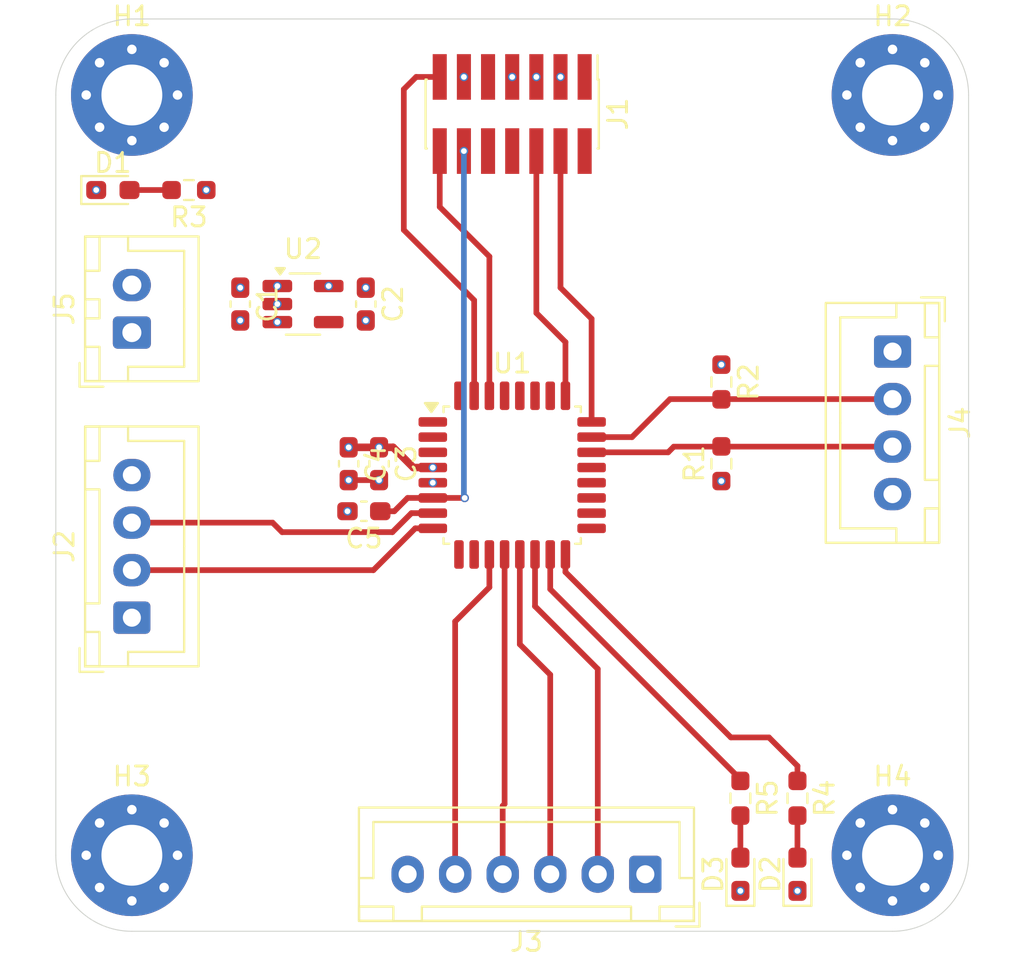
<source format=kicad_pcb>
(kicad_pcb (version 20241229) (generator "pcbnew") (generator_version "9.0")
  (title_block (title "3DN TD KiCAD") (date "2026-02-11") (rev "1.0") (company "ENSEA") (comment 1 "Laurent Fiack"))
  (layers (0 "F.Cu" signal) (4 "In1.Cu" signal) (6 "In2.Cu" signal) (2 "B.Cu" signal) (13 "F.Paste" user) (15 "B.Paste" user) (5 "F.SilkS" user "F.Silkscreen") (7 "B.SilkS" user "B.Silkscreen") (1 "F.Mask" user) (3 "B.Mask" user) (25 "Edge.Cuts" user))
  (net 0 "")
  (net 1 "+5V")
  (net 2 "GND")
  (net 3 "+3.3V")
  (net 4 "/nRST")
  (net 5 "Net-(D1-A)")
  (net 6 "Net-(D2-A)")
  (net 7 "Net-(D3-A)")
  (net 9 "/SWCLK")
  (net 13 "/VCP_TX")
  (net 15 "/VCP_RX")
  (net 16 "/SWDIO")
  (net 17 "/ADC_IN0")
  (net 18 "/ADC_IN1")
  (net 19 "/SPI1_MISO")
  (net 20 "/SPI1_MOSI")
  (net 21 "/SPI1_NSS")
  (net 22 "/SPI1_SCK")
  (net 23 "/I2C2_SCL")
  (net 24 "/I2C2_SDA")
  (net 25 "/TIM3_CH4")
  (net 26 "/TIM3_CH3")
  (footprint "Capacitor_SMD:C_0603_1608Metric_Pad1.08x0.95mm_HandSolder" (layer "F.Cu") (at 111.4 119.4 -90)
    (property "Reference" "C4" (at 0 -1.43 90) (layer "F.SilkS"))
    (property "Value" "4u7")
    (fp_line (start -0.146267 0.51) (end 0.146267 0.51) (stroke (width 0.12)) (layer "F.SilkS"))
    (fp_line (start -0.146267 -0.51) (end 0.146267 -0.51) (stroke (width 0.12)) (layer "F.SilkS"))
    (pad "1" smd roundrect (at -0.8625 0 270) (size 1.075 0.95) (layers "F.Cu" "F.Mask" "F.Paste") (net 3 "+3.3V"))
    (pad "2" smd roundrect (at 0.8625 0 270) (size 1.075 0.95) (layers "F.Cu" "F.Mask" "F.Paste") (net 2 "GND"))
  )
  (footprint "LED_SMD:LED_0603_1608Metric_Pad1.05x0.95mm_HandSolder" (layer "F.Cu") (at 135 141 90)
    (property "Reference" "D2" (at 0 -1.43 90) (layer "F.SilkS"))
    (property "Value" "LD1")
    (fp_line (start 0.8 -0.735) (end -1.66 -0.735) (stroke (width 0.12)) (layer "F.SilkS"))
    (fp_line (start -1.66 -0.735) (end -1.66 0.735) (stroke (width 0.12)) (layer "F.SilkS"))
    (fp_line (start -1.66 0.735) (end 0.8 0.735) (stroke (width 0.12)) (layer "F.SilkS"))
    (pad "1" smd roundrect (at -0.875 0 90) (size 1.05 0.95) (layers "F.Cu" "F.Mask" "F.Paste") (net 2 "GND"))
    (pad "2" smd roundrect (at 0.875 0 90) (size 1.05 0.95) (layers "F.Cu" "F.Mask" "F.Paste") (net 6 "Net-(D2-A)"))
  )
  (footprint "MountingHole:MountingHole_3.2mm_M3_Pad_Via" (layer "F.Cu") (at 100 140)
    (property "Reference" "H3" (at 0 -4.15 0) (layer "F.SilkS"))
    (property "Value" "MountingHole_Pad")
    (pad "1" thru_hole circle (at -2.4 0) (size 0.8 0.8) (drill 0.5) (layers "*.Cu" "*.Mask") (net 2 "GND"))
    (pad "1" thru_hole circle (at -1.697056 -1.697056) (size 0.8 0.8) (drill 0.5) (layers "*.Cu" "*.Mask") (net 2 "GND"))
    (pad "1" thru_hole circle (at -1.697056 1.697056) (size 0.8 0.8) (drill 0.5) (layers "*.Cu" "*.Mask") (net 2 "GND"))
    (pad "1" thru_hole circle (at 0 -2.4) (size 0.8 0.8) (drill 0.5) (layers "*.Cu" "*.Mask") (net 2 "GND"))
    (pad "1" thru_hole circle (at 0 0) (size 6.4 6.4) (drill 3.2) (layers "*.Cu" "*.Mask") (net 2 "GND"))
    (pad "1" thru_hole circle (at 0 2.4) (size 0.8 0.8) (drill 0.5) (layers "*.Cu" "*.Mask") (net 2 "GND"))
    (pad "1" thru_hole circle (at 1.697056 -1.697056) (size 0.8 0.8) (drill 0.5) (layers "*.Cu" "*.Mask") (net 2 "GND"))
    (pad "1" thru_hole circle (at 1.697056 1.697056) (size 0.8 0.8) (drill 0.5) (layers "*.Cu" "*.Mask") (net 2 "GND"))
    (pad "1" thru_hole circle (at 2.4 0) (size 0.8 0.8) (drill 0.5) (layers "*.Cu" "*.Mask") (net 2 "GND"))
  )
  (footprint "Resistor_SMD:R_0603_1608Metric_Pad0.98x0.95mm_HandSolder" (layer "F.Cu") (at 132 137 -90)
    (property "Reference" "R5" (at 0 -1.43 90) (layer "F.SilkS"))
    (property "Value" "1k")
    (fp_line (start -0.254724 0.5225) (end 0.254724 0.5225) (stroke (width 0.12)) (layer "F.SilkS"))
    (fp_line (start -0.254724 -0.5225) (end 0.254724 -0.5225) (stroke (width 0.12)) (layer "F.SilkS"))
    (pad "1" smd roundrect (at -0.9125 0 270) (size 0.975 0.95) (layers "F.Cu" "F.Mask" "F.Paste") (net 26 "/TIM3_CH3"))
    (pad "2" smd roundrect (at 0.9125 0 270) (size 0.975 0.95) (layers "F.Cu" "F.Mask" "F.Paste") (net 7 "Net-(D3-A)"))
  )
  (footprint "Resistor_SMD:R_0603_1608Metric_Pad0.98x0.95mm_HandSolder" (layer "F.Cu") (at 103 105 180)
    (property "Reference" "R3" (at 0 -1.43 0) (layer "F.SilkS"))
    (property "Value" "1k")
    (fp_line (start -0.254724 0.5225) (end 0.254724 0.5225) (stroke (width 0.12)) (layer "F.SilkS"))
    (fp_line (start -0.254724 -0.5225) (end 0.254724 -0.5225) (stroke (width 0.12)) (layer "F.SilkS"))
    (pad "1" smd roundrect (at -0.9125 0 180) (size 0.975 0.95) (layers "F.Cu" "F.Mask" "F.Paste") (net 3 "+3.3V"))
    (pad "2" smd roundrect (at 0.9125 0 180) (size 0.975 0.95) (layers "F.Cu" "F.Mask" "F.Paste") (net 5 "Net-(D1-A)"))
  )
  (footprint "Package_TO_SOT_SMD:SOT-23-5_HandSoldering" (layer "F.Cu") (at 109 111)
    (property "Reference" "U2" (at 0 -2.9 0) (layer "F.SilkS"))
    (property "Value" "MIC5504-3.3YM5")
    (fp_line (start -0.9 1.61) (end 0.9 1.61) (stroke (width 0.12)) (layer "F.SilkS"))
    (fp_line (start 0.1 -1.61) (end -0.7 -1.61) (stroke (width 0.12)) (layer "F.SilkS"))
    (fp_line (start 0.1 -1.61) (end 0.9 -1.61) (stroke (width 0.12)) (layer "F.SilkS"))
    (fp_poly (pts (xy -1.2 -1.56) (xy -1.44 -1.89) (xy -0.96 -1.89) (xy -1.2 -1.56)) (stroke (width 0.12)) (fill yes) (layer "F.SilkS"))
    (pad "1" smd roundrect (at -1.35 -0.95) (size 1.56 0.65) (layers "F.Cu" "F.Mask" "F.Paste") (net 1 "+5V"))
    (pad "2" smd roundrect (at -1.35 0) (size 1.56 0.65) (layers "F.Cu" "F.Mask" "F.Paste") (net 2 "GND"))
    (pad "3" smd roundrect (at -1.35 0.95) (size 1.56 0.65) (layers "F.Cu" "F.Mask" "F.Paste") (net 1 "+5V"))
    (pad "4" smd roundrect (at 1.35 0.95) (size 1.56 0.65) (layers "F.Cu" "F.Mask" "F.Paste"))
    (pad "5" smd roundrect (at 1.35 -0.95) (size 1.56 0.65) (layers "F.Cu" "F.Mask" "F.Paste") (net 3 "+3.3V"))
  )
  (footprint "Connector_JST:JST_XH_B2B-XH-A_1x02_P2.50mm_Vertical" (layer "F.Cu") (at 100 112.5 90)
    (property "Reference" "J5" (at 1.25 -3.55 90) (layer "F.SilkS"))
    (property "Value" "Conn_01x02")
    (fp_line (start -1.6 -2.75) (end -2.85 -2.75) (stroke (width 0.12)) (layer "F.SilkS"))
    (fp_line (start -2.85 -2.75) (end -2.85 -1.5) (stroke (width 0.12)) (layer "F.SilkS"))
    (fp_line (start 5.05 -0.2) (end 4.3 -0.2) (stroke (width 0.12)) (layer "F.SilkS"))
    (fp_line (start 4.3 -0.2) (end 4.3 2.75) (stroke (width 0.12)) (layer "F.SilkS"))
    (fp_line (start -1.8 -0.2) (end -1.8 2.75) (stroke (width 0.12)) (layer "F.SilkS"))
    (fp_line (start -2.55 -0.2) (end -1.8 -0.2) (stroke (width 0.12)) (layer "F.SilkS"))
    (fp_line (start 4.3 2.75) (end 1.25 2.75) (stroke (width 0.12)) (layer "F.SilkS"))
    (fp_line (start -1.8 2.75) (end 1.25 2.75) (stroke (width 0.12)) (layer "F.SilkS"))
    (fp_rect (start -2.56 -2.46) (end 5.06 3.51) (stroke (width 0.12)) (fill no) (layer "F.SilkS"))
    (fp_rect (start 3.25 -2.45) (end 5.05 -1.7) (stroke (width 0.12)) (fill no) (layer "F.SilkS"))
    (fp_rect (start 0.75 -2.45) (end 1.75 -1.7) (stroke (width 0.12)) (fill no) (layer "F.SilkS"))
    (fp_rect (start -2.55 -2.45) (end -0.75 -1.7) (stroke (width 0.12)) (fill no) (layer "F.SilkS"))
    (pad "1" thru_hole roundrect (at 0 0 90) (size 1.7 2) (drill 1) (layers "*.Cu" "*.Mask") (roundrect_rratio 0.147059) (net 2 "GND"))
    (pad "2" thru_hole oval (at 2.5 0 90) (size 1.7 2) (drill 1) (layers "*.Cu" "*.Mask") (net 1 "+5V"))
  )
  (footprint "MountingHole:MountingHole_3.2mm_M3_Pad_Via" (layer "F.Cu") (at 140 100)
    (property "Reference" "H2" (at 0 -4.15 0) (layer "F.SilkS"))
    (property "Value" "MountingHole_Pad")
    (pad "1" thru_hole circle (at -2.4 0) (size 0.8 0.8) (drill 0.5) (layers "*.Cu" "*.Mask") (net 2 "GND"))
    (pad "1" thru_hole circle (at -1.697056 -1.697056) (size 0.8 0.8) (drill 0.5) (layers "*.Cu" "*.Mask") (net 2 "GND"))
    (pad "1" thru_hole circle (at -1.697056 1.697056) (size 0.8 0.8) (drill 0.5) (layers "*.Cu" "*.Mask") (net 2 "GND"))
    (pad "1" thru_hole circle (at 0 -2.4) (size 0.8 0.8) (drill 0.5) (layers "*.Cu" "*.Mask") (net 2 "GND"))
    (pad "1" thru_hole circle (at 0 0) (size 6.4 6.4) (drill 3.2) (layers "*.Cu" "*.Mask") (net 2 "GND"))
    (pad "1" thru_hole circle (at 0 2.4) (size 0.8 0.8) (drill 0.5) (layers "*.Cu" "*.Mask") (net 2 "GND"))
    (pad "1" thru_hole circle (at 1.697056 -1.697056) (size 0.8 0.8) (drill 0.5) (layers "*.Cu" "*.Mask") (net 2 "GND"))
    (pad "1" thru_hole circle (at 1.697056 1.697056) (size 0.8 0.8) (drill 0.5) (layers "*.Cu" "*.Mask") (net 2 "GND"))
    (pad "1" thru_hole circle (at 2.4 0) (size 0.8 0.8) (drill 0.5) (layers "*.Cu" "*.Mask") (net 2 "GND"))
  )
  (footprint "Connector_JST:JST_XH_B4B-XH-A_1x04_P2.50mm_Vertical" (layer "F.Cu") (at 100 127.5 90)
    (property "Reference" "J2" (at 3.75 -3.55 90) (layer "F.SilkS"))
    (property "Value" "ADC")
    (fp_line (start -1.6 -2.75) (end -2.85 -2.75) (stroke (width 0.12)) (layer "F.SilkS"))
    (fp_line (start -2.85 -2.75) (end -2.85 -1.5) (stroke (width 0.12)) (layer "F.SilkS"))
    (fp_line (start 10.05 -0.2) (end 9.3 -0.2) (stroke (width 0.12)) (layer "F.SilkS"))
    (fp_line (start 9.3 -0.2) (end 9.3 2.75) (stroke (width 0.12)) (layer "F.SilkS"))
    (fp_line (start -1.8 -0.2) (end -1.8 2.75) (stroke (width 0.12)) (layer "F.SilkS"))
    (fp_line (start -2.55 -0.2) (end -1.8 -0.2) (stroke (width 0.12)) (layer "F.SilkS"))
    (fp_line (start 9.3 2.75) (end 3.75 2.75) (stroke (width 0.12)) (layer "F.SilkS"))
    (fp_line (start -1.8 2.75) (end 3.75 2.75) (stroke (width 0.12)) (layer "F.SilkS"))
    (fp_rect (start -2.56 -2.46) (end 10.06 3.51) (stroke (width 0.12)) (fill no) (layer "F.SilkS"))
    (fp_rect (start 8.25 -2.45) (end 10.05 -1.7) (stroke (width 0.12)) (fill no) (layer "F.SilkS"))
    (fp_rect (start 0.75 -2.45) (end 6.75 -1.7) (stroke (width 0.12)) (fill no) (layer "F.SilkS"))
    (fp_rect (start -2.55 -2.45) (end -0.75 -1.7) (stroke (width 0.12)) (fill no) (layer "F.SilkS"))
    (pad "1" thru_hole roundrect (at 0 0 90) (size 1.7 1.95) (drill 0.95) (layers "*.Cu" "*.Mask") (roundrect_rratio 0.147059) (net 2 "GND"))
    (pad "2" thru_hole oval (at 2.5 0 90) (size 1.7 1.95) (drill 0.95) (layers "*.Cu" "*.Mask") (net 18 "/ADC_IN1"))
    (pad "3" thru_hole oval (at 5 0 90) (size 1.7 1.95) (drill 0.95) (layers "*.Cu" "*.Mask") (net 17 "/ADC_IN0"))
    (pad "4" thru_hole oval (at 7.5 0 90) (size 1.7 1.95) (drill 0.95) (layers "*.Cu" "*.Mask") (net 3 "+3.3V"))
  )
  (footprint "Capacitor_SMD:C_0603_1608Metric_Pad1.08x0.95mm_HandSolder" (layer "F.Cu") (at 113 119.4 -90)
    (property "Reference" "C3" (at 0 -1.43 90) (layer "F.SilkS"))
    (property "Value" "100n")
    (fp_line (start -0.146267 0.51) (end 0.146267 0.51) (stroke (width 0.12)) (layer "F.SilkS"))
    (fp_line (start -0.146267 -0.51) (end 0.146267 -0.51) (stroke (width 0.12)) (layer "F.SilkS"))
    (pad "1" smd roundrect (at -0.8625 0 270) (size 1.075 0.95) (layers "F.Cu" "F.Mask" "F.Paste") (net 3 "+3.3V"))
    (pad "2" smd roundrect (at 0.8625 0 270) (size 1.075 0.95) (layers "F.Cu" "F.Mask" "F.Paste") (net 2 "GND"))
  )
  (footprint "MountingHole:MountingHole_3.2mm_M3_Pad_Via" (layer "F.Cu") (at 100 100)
    (property "Reference" "H1" (at 0 -4.15 0) (layer "F.SilkS"))
    (property "Value" "MountingHole_Pad")
    (pad "1" thru_hole circle (at -2.4 0) (size 0.8 0.8) (drill 0.5) (layers "*.Cu" "*.Mask") (net 2 "GND"))
    (pad "1" thru_hole circle (at -1.697056 -1.697056) (size 0.8 0.8) (drill 0.5) (layers "*.Cu" "*.Mask") (net 2 "GND"))
    (pad "1" thru_hole circle (at -1.697056 1.697056) (size 0.8 0.8) (drill 0.5) (layers "*.Cu" "*.Mask") (net 2 "GND"))
    (pad "1" thru_hole circle (at 0 -2.4) (size 0.8 0.8) (drill 0.5) (layers "*.Cu" "*.Mask") (net 2 "GND"))
    (pad "1" thru_hole circle (at 0 0) (size 6.4 6.4) (drill 3.2) (layers "*.Cu" "*.Mask") (net 2 "GND"))
    (pad "1" thru_hole circle (at 0 2.4) (size 0.8 0.8) (drill 0.5) (layers "*.Cu" "*.Mask") (net 2 "GND"))
    (pad "1" thru_hole circle (at 1.697056 -1.697056) (size 0.8 0.8) (drill 0.5) (layers "*.Cu" "*.Mask") (net 2 "GND"))
    (pad "1" thru_hole circle (at 1.697056 1.697056) (size 0.8 0.8) (drill 0.5) (layers "*.Cu" "*.Mask") (net 2 "GND"))
    (pad "1" thru_hole circle (at 2.4 0) (size 0.8 0.8) (drill 0.5) (layers "*.Cu" "*.Mask") (net 2 "GND"))
  )
  (footprint "LED_SMD:LED_0603_1608Metric_Pad1.05x0.95mm_HandSolder" (layer "F.Cu") (at 99 105)
    (property "Reference" "D1" (at 0 -1.43 0) (layer "F.SilkS"))
    (property "Value" "POWER")
    (fp_line (start -1.66 -0.735) (end -1.66 0.735) (stroke (width 0.12)) (layer "F.SilkS"))
    (fp_line (start -1.66 0.735) (end 0.8 0.735) (stroke (width 0.12)) (layer "F.SilkS"))
    (fp_line (start 0.8 -0.735) (end -1.66 -0.735) (stroke (width 0.12)) (layer "F.SilkS"))
    (pad "1" smd roundrect (at -0.875 0) (size 1.05 0.95) (layers "F.Cu" "F.Mask" "F.Paste") (net 2 "GND"))
    (pad "2" smd roundrect (at 0.875 0) (size 1.05 0.95) (layers "F.Cu" "F.Mask" "F.Paste") (net 5 "Net-(D1-A)"))
  )
  (footprint "Package_QFP:LQFP-32_7x7mm_P0.8mm" (layer "F.Cu") (at 120 120)
    (property "Reference" "U1" (at 0 -5.88 0) (layer "F.SilkS"))
    (property "Value" "STM32G031K8T6")
    (fp_line (start -3.61 -3.61) (end -3.31 -3.61) (stroke (width 0.12)) (layer "F.SilkS"))
    (fp_line (start -3.61 -3.31) (end -3.61 -3.61) (stroke (width 0.12)) (layer "F.SilkS"))
    (fp_line (start -3.61 3.61) (end -3.61 3.31) (stroke (width 0.12)) (layer "F.SilkS"))
    (fp_line (start -3.31 3.61) (end -3.61 3.61) (stroke (width 0.12)) (layer "F.SilkS"))
    (fp_line (start 3.31 -3.61) (end 3.61 -3.61) (stroke (width 0.12)) (layer "F.SilkS"))
    (fp_line (start 3.61 -3.61) (end 3.61 -3.31) (stroke (width 0.12)) (layer "F.SilkS"))
    (fp_line (start 3.61 3.31) (end 3.61 3.61) (stroke (width 0.12)) (layer "F.SilkS"))
    (fp_line (start 3.61 3.61) (end 3.31 3.61) (stroke (width 0.12)) (layer "F.SilkS"))
    (fp_poly (pts (xy -4.25 -3.32) (xy -4.59 -3.79) (xy -3.91 -3.79)) (stroke (width 0.12)) (fill yes) (layer "F.SilkS"))
    (pad "1" smd roundrect (at -4.175 -2.8) (size 1.5 0.5) (layers "F.Cu" "F.Mask" "F.Paste"))
    (pad "2" smd roundrect (at -4.175 -2) (size 1.5 0.5) (layers "F.Cu" "F.Mask" "F.Paste"))
    (pad "3" smd roundrect (at -4.175 -1.2) (size 1.5 0.5) (layers "F.Cu" "F.Mask" "F.Paste"))
    (pad "4" smd roundrect (at -4.175 -0.4) (size 1.5 0.5) (layers "F.Cu" "F.Mask" "F.Paste") (net 3 "+3.3V"))
    (pad "5" smd roundrect (at -4.175 0.4) (size 1.5 0.5) (layers "F.Cu" "F.Mask" "F.Paste") (net 2 "GND"))
    (pad "6" smd roundrect (at -4.175 1.2) (size 1.5 0.5) (layers "F.Cu" "F.Mask" "F.Paste") (net 4 "/nRST"))
    (pad "7" smd roundrect (at -4.175 2) (size 1.5 0.5) (layers "F.Cu" "F.Mask" "F.Paste") (net 17 "/ADC_IN0"))
    (pad "8" smd roundrect (at -4.175 2.8) (size 1.5 0.5) (layers "F.Cu" "F.Mask" "F.Paste") (net 18 "/ADC_IN1"))
    (pad "9" smd roundrect (at -2.8 4.175) (size 0.5 1.5) (layers "F.Cu" "F.Mask" "F.Paste"))
    (pad "10" smd roundrect (at -2 4.175) (size 0.5 1.5) (layers "F.Cu" "F.Mask" "F.Paste"))
    (pad "11" smd roundrect (at -1.2 4.175) (size 0.5 1.5) (layers "F.Cu" "F.Mask" "F.Paste") (net 21 "/SPI1_NSS"))
    (pad "12" smd roundrect (at -0.4 4.175) (size 0.5 1.5) (layers "F.Cu" "F.Mask" "F.Paste") (net 22 "/SPI1_SCK"))
    (pad "13" smd roundrect (at 0.4 4.175) (size 0.5 1.5) (layers "F.Cu" "F.Mask" "F.Paste") (net 19 "/SPI1_MISO"))
    (pad "14" smd roundrect (at 1.2 4.175) (size 0.5 1.5) (layers "F.Cu" "F.Mask" "F.Paste") (net 20 "/SPI1_MOSI"))
    (pad "15" smd roundrect (at 2 4.175) (size 0.5 1.5) (layers "F.Cu" "F.Mask" "F.Paste") (net 26 "/TIM3_CH3"))
    (pad "16" smd roundrect (at 2.8 4.175) (size 0.5 1.5) (layers "F.Cu" "F.Mask" "F.Paste") (net 25 "/TIM3_CH4"))
    (pad "17" smd roundrect (at 4.175 2.8) (size 1.5 0.5) (layers "F.Cu" "F.Mask" "F.Paste"))
    (pad "18" smd roundrect (at 4.175 2) (size 1.5 0.5) (layers "F.Cu" "F.Mask" "F.Paste"))
    (pad "19" smd roundrect (at 4.175 1.2) (size 1.5 0.5) (layers "F.Cu" "F.Mask" "F.Paste"))
    (pad "20" smd roundrect (at 4.175 0.4) (size 1.5 0.5) (layers "F.Cu" "F.Mask" "F.Paste"))
    (pad "21" smd roundrect (at 4.175 -0.4) (size 1.5 0.5) (layers "F.Cu" "F.Mask" "F.Paste"))
    (pad "22" smd roundrect (at 4.175 -1.2) (size 1.5 0.5) (layers "F.Cu" "F.Mask" "F.Paste") (net 23 "/I2C2_SCL"))
    (pad "23" smd roundrect (at 4.175 -2) (size 1.5 0.5) (layers "F.Cu" "F.Mask" "F.Paste") (net 24 "/I2C2_SDA"))
    (pad "24" smd roundrect (at 4.175 -2.8) (size 1.5 0.5) (layers "F.Cu" "F.Mask" "F.Paste") (net 16 "/SWDIO"))
    (pad "25" smd roundrect (at 2.8 -4.175) (size 0.5 1.5) (layers "F.Cu" "F.Mask" "F.Paste") (net 9 "/SWCLK"))
    (pad "26" smd roundrect (at 2 -4.175) (size 0.5 1.5) (layers "F.Cu" "F.Mask" "F.Paste"))
    (pad "27" smd roundrect (at 1.2 -4.175) (size 0.5 1.5) (layers "F.Cu" "F.Mask" "F.Paste"))
    (pad "28" smd roundrect (at 0.4 -4.175) (size 0.5 1.5) (layers "F.Cu" "F.Mask" "F.Paste"))
    (pad "29" smd roundrect (at -0.4 -4.175) (size 0.5 1.5) (layers "F.Cu" "F.Mask" "F.Paste"))
    (pad "30" smd roundrect (at -1.2 -4.175) (size 0.5 1.5) (layers "F.Cu" "F.Mask" "F.Paste") (net 13 "/VCP_TX"))
    (pad "31" smd roundrect (at -2 -4.175) (size 0.5 1.5) (layers "F.Cu" "F.Mask" "F.Paste") (net 15 "/VCP_RX"))
    (pad "32" smd roundrect (at -2.8 -4.175) (size 0.5 1.5) (layers "F.Cu" "F.Mask" "F.Paste"))
  )
  (footprint "MountingHole:MountingHole_3.2mm_M3_Pad_Via" (layer "F.Cu") (at 140 140)
    (property "Reference" "H4" (at 0 -4.15 0) (layer "F.SilkS"))
    (property "Value" "MountingHole_Pad")
    (pad "1" thru_hole circle (at -2.4 0) (size 0.8 0.8) (drill 0.5) (layers "*.Cu" "*.Mask") (net 2 "GND"))
    (pad "1" thru_hole circle (at -1.697056 -1.697056) (size 0.8 0.8) (drill 0.5) (layers "*.Cu" "*.Mask") (net 2 "GND"))
    (pad "1" thru_hole circle (at -1.697056 1.697056) (size 0.8 0.8) (drill 0.5) (layers "*.Cu" "*.Mask") (net 2 "GND"))
    (pad "1" thru_hole circle (at 0 -2.4) (size 0.8 0.8) (drill 0.5) (layers "*.Cu" "*.Mask") (net 2 "GND"))
    (pad "1" thru_hole circle (at 0 0) (size 6.4 6.4) (drill 3.2) (layers "*.Cu" "*.Mask") (net 2 "GND"))
    (pad "1" thru_hole circle (at 0 2.4) (size 0.8 0.8) (drill 0.5) (layers "*.Cu" "*.Mask") (net 2 "GND"))
    (pad "1" thru_hole circle (at 1.697056 -1.697056) (size 0.8 0.8) (drill 0.5) (layers "*.Cu" "*.Mask") (net 2 "GND"))
    (pad "1" thru_hole circle (at 1.697056 1.697056) (size 0.8 0.8) (drill 0.5) (layers "*.Cu" "*.Mask") (net 2 "GND"))
    (pad "1" thru_hole circle (at 2.4 0) (size 0.8 0.8) (drill 0.5) (layers "*.Cu" "*.Mask") (net 2 "GND"))
  )
  (footprint "Resistor_SMD:R_0603_1608Metric_Pad0.98x0.95mm_HandSolder" (layer "F.Cu") (at 135 137 -90)
    (property "Reference" "R4" (at 0 -1.43 90) (layer "F.SilkS"))
    (property "Value" "1k")
    (fp_line (start -0.254724 0.5225) (end 0.254724 0.5225) (stroke (width 0.12)) (layer "F.SilkS"))
    (fp_line (start -0.254724 -0.5225) (end 0.254724 -0.5225) (stroke (width 0.12)) (layer "F.SilkS"))
    (pad "1" smd roundrect (at -0.9125 0 270) (size 0.975 0.95) (layers "F.Cu" "F.Mask" "F.Paste") (net 25 "/TIM3_CH4"))
    (pad "2" smd roundrect (at 0.9125 0 270) (size 0.975 0.95) (layers "F.Cu" "F.Mask" "F.Paste") (net 6 "Net-(D2-A)"))
  )
  (footprint "Resistor_SMD:R_0603_1608Metric_Pad0.98x0.95mm_HandSolder" (layer "F.Cu") (at 131 119.4 90)
    (property "Reference" "R1" (at 0 -1.43 90) (layer "F.SilkS"))
    (property "Value" "4k7")
    (fp_line (start -0.254724 -0.5225) (end 0.254724 -0.5225) (stroke (width 0.12)) (layer "F.SilkS"))
    (fp_line (start -0.254724 0.5225) (end 0.254724 0.5225) (stroke (width 0.12)) (layer "F.SilkS"))
    (pad "1" smd roundrect (at -0.9125 0 90) (size 0.975 0.95) (layers "F.Cu" "F.Mask" "F.Paste") (net 3 "+3.3V"))
    (pad "2" smd roundrect (at 0.9125 0 90) (size 0.975 0.95) (layers "F.Cu" "F.Mask" "F.Paste") (net 23 "/I2C2_SCL"))
  )
  (footprint "Capacitor_SMD:C_0603_1608Metric_Pad1.08x0.95mm_HandSolder" (layer "F.Cu") (at 112.3 111 -90)
    (property "Reference" "C2" (at 0 -1.43 90) (layer "F.SilkS"))
    (property "Value" "1u")
    (fp_line (start -0.146267 0.51) (end 0.146267 0.51) (stroke (width 0.12)) (layer "F.SilkS"))
    (fp_line (start -0.146267 -0.51) (end 0.146267 -0.51) (stroke (width 0.12)) (layer "F.SilkS"))
    (pad "1" smd roundrect (at -0.8625 0 270) (size 1.075 0.95) (layers "F.Cu" "F.Mask" "F.Paste") (net 3 "+3.3V"))
    (pad "2" smd roundrect (at 0.8625 0 270) (size 1.075 0.95) (layers "F.Cu" "F.Mask" "F.Paste") (net 2 "GND"))
  )
  (footprint "LED_SMD:LED_0603_1608Metric_Pad1.05x0.95mm_HandSolder" (layer "F.Cu") (at 132 141 90)
    (property "Reference" "D3" (at 0 -1.43 90) (layer "F.SilkS"))
    (property "Value" "LD2")
    (fp_line (start 0.8 -0.735) (end -1.66 -0.735) (stroke (width 0.12)) (layer "F.SilkS"))
    (fp_line (start -1.66 -0.735) (end -1.66 0.735) (stroke (width 0.12)) (layer "F.SilkS"))
    (fp_line (start -1.66 0.735) (end 0.8 0.735) (stroke (width 0.12)) (layer "F.SilkS"))
    (pad "1" smd roundrect (at -0.875 0 90) (size 1.05 0.95) (layers "F.Cu" "F.Mask" "F.Paste") (net 2 "GND"))
    (pad "2" smd roundrect (at 0.875 0 90) (size 1.05 0.95) (layers "F.Cu" "F.Mask" "F.Paste") (net 7 "Net-(D3-A)"))
  )
  (footprint "Resistor_SMD:R_0603_1608Metric_Pad0.98x0.95mm_HandSolder" (layer "F.Cu") (at 131 115.1 -90)
    (property "Reference" "R2" (at 0 -1.43 90) (layer "F.SilkS"))
    (property "Value" "4k7")
    (fp_line (start -0.254724 0.5225) (end 0.254724 0.5225) (stroke (width 0.12)) (layer "F.SilkS"))
    (fp_line (start -0.254724 -0.5225) (end 0.254724 -0.5225) (stroke (width 0.12)) (layer "F.SilkS"))
    (pad "1" smd roundrect (at -0.9125 0 270) (size 0.975 0.95) (layers "F.Cu" "F.Mask" "F.Paste") (net 3 "+3.3V"))
    (pad "2" smd roundrect (at 0.9125 0 270) (size 0.975 0.95) (layers "F.Cu" "F.Mask" "F.Paste") (net 24 "/I2C2_SDA"))
  )
  (footprint "Connector_JST:JST_XH_B4B-XH-A_1x04_P2.50mm_Vertical" (layer "F.Cu") (at 140 113.5 -90)
    (property "Reference" "J4" (at 3.75 -3.55 90) (layer "F.SilkS"))
    (property "Value" "I2C")
    (fp_line (start -1.8 2.75) (end 3.75 2.75) (stroke (width 0.12)) (layer "F.SilkS"))
    (fp_line (start 9.3 2.75) (end 3.75 2.75) (stroke (width 0.12)) (layer "F.SilkS"))
    (fp_line (start -2.55 -0.2) (end -1.8 -0.2) (stroke (width 0.12)) (layer "F.SilkS"))
    (fp_line (start -1.8 -0.2) (end -1.8 2.75) (stroke (width 0.12)) (layer "F.SilkS"))
    (fp_line (start 9.3 -0.2) (end 9.3 2.75) (stroke (width 0.12)) (layer "F.SilkS"))
    (fp_line (start 10.05 -0.2) (end 9.3 -0.2) (stroke (width 0.12)) (layer "F.SilkS"))
    (fp_line (start -2.85 -2.75) (end -2.85 -1.5) (stroke (width 0.12)) (layer "F.SilkS"))
    (fp_line (start -1.6 -2.75) (end -2.85 -2.75) (stroke (width 0.12)) (layer "F.SilkS"))
    (fp_rect (start -2.55 -2.45) (end -0.75 -1.7) (stroke (width 0.12)) (fill no) (layer "F.SilkS"))
    (fp_rect (start 0.75 -2.45) (end 6.75 -1.7) (stroke (width 0.12)) (fill no) (layer "F.SilkS"))
    (fp_rect (start 8.25 -2.45) (end 10.05 -1.7) (stroke (width 0.12)) (fill no) (layer "F.SilkS"))
    (fp_rect (start -2.56 -2.46) (end 10.06 3.51) (stroke (width 0.12)) (fill no) (layer "F.SilkS"))
    (pad "1" thru_hole roundrect (at 0 0 270) (size 1.7 1.95) (drill 0.95) (layers "*.Cu" "*.Mask") (roundrect_rratio 0.147059) (net 2 "GND"))
    (pad "2" thru_hole oval (at 2.5 0 270) (size 1.7 1.95) (drill 0.95) (layers "*.Cu" "*.Mask") (net 24 "/I2C2_SDA"))
    (pad "3" thru_hole oval (at 5 0 270) (size 1.7 1.95) (drill 0.95) (layers "*.Cu" "*.Mask") (net 23 "/I2C2_SCL"))
    (pad "4" thru_hole oval (at 7.5 0 270) (size 1.7 1.95) (drill 0.95) (layers "*.Cu" "*.Mask") (net 3 "+3.3V"))
  )
  (footprint "Connector_JST:JST_XH_B6B-XH-A_1x06_P2.50mm_Vertical" (layer "F.Cu") (at 127 141 180)
    (property "Reference" "J3" (at 6.25 -3.55 0) (layer "F.SilkS"))
    (property "Value" "SPI")
    (fp_line (start 15.05 -0.2) (end 14.3 -0.2) (stroke (width 0.12)) (layer "F.SilkS"))
    (fp_line (start 14.3 2.75) (end 6.25 2.75) (stroke (width 0.12)) (layer "F.SilkS"))
    (fp_line (start 14.3 -0.2) (end 14.3 2.75) (stroke (width 0.12)) (layer "F.SilkS"))
    (fp_line (start -1.6 -2.75) (end -2.85 -2.75) (stroke (width 0.12)) (layer "F.SilkS"))
    (fp_line (start -1.8 2.75) (end 6.25 2.75) (stroke (width 0.12)) (layer "F.SilkS"))
    (fp_line (start -1.8 -0.2) (end -1.8 2.75) (stroke (width 0.12)) (layer "F.SilkS"))
    (fp_line (start -2.55 -0.2) (end -1.8 -0.2) (stroke (width 0.12)) (layer "F.SilkS"))
    (fp_line (start -2.85 -2.75) (end -2.85 -1.5) (stroke (width 0.12)) (layer "F.SilkS"))
    (fp_rect (start 13.25 -2.45) (end 15.05 -1.7) (stroke (width 0.12)) (fill no) (layer "F.SilkS"))
    (fp_rect (start 0.75 -2.45) (end 11.75 -1.7) (stroke (width 0.12)) (fill no) (layer "F.SilkS"))
    (fp_rect (start -2.55 -2.45) (end -0.75 -1.7) (stroke (width 0.12)) (fill no) (layer "F.SilkS"))
    (fp_rect (start -2.56 -2.46) (end 15.06 3.51) (stroke (width 0.12)) (fill no) (layer "F.SilkS"))
    (pad "1" thru_hole roundrect (at 0 0 180) (size 1.7 1.95) (drill 0.95) (layers "*.Cu" "*.Mask") (roundrect_rratio 0.147059) (net 2 "GND"))
    (pad "2" thru_hole oval (at 2.5 0 180) (size 1.7 1.95) (drill 0.95) (layers "*.Cu" "*.Mask") (net 20 "/SPI1_MOSI"))
    (pad "3" thru_hole oval (at 5 0 180) (size 1.7 1.95) (drill 0.95) (layers "*.Cu" "*.Mask") (net 19 "/SPI1_MISO"))
    (pad "4" thru_hole oval (at 7.5 0 180) (size 1.7 1.95) (drill 0.95) (layers "*.Cu" "*.Mask") (net 22 "/SPI1_SCK"))
    (pad "5" thru_hole oval (at 10 0 180) (size 1.7 1.95) (drill 0.95) (layers "*.Cu" "*.Mask") (net 21 "/SPI1_NSS"))
    (pad "6" thru_hole oval (at 12.5 0 180) (size 1.7 1.95) (drill 0.95) (layers "*.Cu" "*.Mask") (net 3 "+3.3V"))
  )
  (footprint "Connector_PinHeader_1.27mm:PinHeader_2x07_P1.27mm_Vertical_SMD" (layer "F.Cu") (at 120 101 -90)
    (property "Reference" "J1" (at 0 -5.555 90) (layer "F.SilkS"))
    (property "Value" "STLink")
    (fp_line (start -1.815 4.555) (end 1.815 4.555) (stroke (width 0.12)) (layer "F.SilkS"))
    (fp_line (start -1.815 4.49) (end -1.815 4.555) (stroke (width 0.12)) (layer "F.SilkS"))
    (fp_line (start 1.815 4.49) (end 1.815 4.555) (stroke (width 0.12)) (layer "F.SilkS"))
    (fp_line (start -3.09 -4.49) (end -1.815 -4.49) (stroke (width 0.12)) (layer "F.SilkS"))
    (fp_line (start -1.815 -4.555) (end -1.815 -4.49) (stroke (width 0.12)) (layer "F.SilkS"))
    (fp_line (start -1.815 -4.555) (end 1.815 -4.555) (stroke (width 0.12)) (layer "F.SilkS"))
    (fp_line (start 1.815 -4.555) (end 1.815 -4.49) (stroke (width 0.12)) (layer "F.SilkS"))
    (pad "1" smd rect (at -1.95 -3.81 270) (size 2.4 0.74) (layers "F.Cu" "F.Mask" "F.Paste"))
    (pad "2" smd rect (at 1.95 -3.81 270) (size 2.4 0.74) (layers "F.Cu" "F.Mask" "F.Paste"))
    (pad "3" smd rect (at -1.95 -2.54 270) (size 2.4 0.74) (layers "F.Cu" "F.Mask" "F.Paste") (net 3 "+3.3V"))
    (pad "4" smd rect (at 1.95 -2.54 270) (size 2.4 0.74) (layers "F.Cu" "F.Mask" "F.Paste") (net 16 "/SWDIO"))
    (pad "5" smd rect (at -1.95 -1.27 270) (size 2.4 0.74) (layers "F.Cu" "F.Mask" "F.Paste") (net 2 "GND"))
    (pad "6" smd rect (at 1.95 -1.27 270) (size 2.4 0.74) (layers "F.Cu" "F.Mask" "F.Paste") (net 9 "/SWCLK"))
    (pad "7" smd rect (at -1.95 0 270) (size 2.4 0.74) (layers "F.Cu" "F.Mask" "F.Paste") (net 2 "GND"))
    (pad "8" smd rect (at 1.95 0 270) (size 2.4 0.74) (layers "F.Cu" "F.Mask" "F.Paste"))
    (pad "9" smd rect (at -1.95 1.27 270) (size 2.4 0.74) (layers "F.Cu" "F.Mask" "F.Paste"))
    (pad "10" smd rect (at 1.95 1.27 270) (size 2.4 0.74) (layers "F.Cu" "F.Mask" "F.Paste"))
    (pad "11" smd rect (at -1.95 2.54 270) (size 2.4 0.74) (layers "F.Cu" "F.Mask" "F.Paste") (net 2 "GND"))
    (pad "12" smd rect (at 1.95 2.54 270) (size 2.4 0.74) (layers "F.Cu" "F.Mask" "F.Paste") (net 4 "/nRST"))
    (pad "13" smd rect (at -1.95 3.81 270) (size 2.4 0.74) (layers "F.Cu" "F.Mask" "F.Paste") (net 15 "/VCP_RX"))
    (pad "14" smd rect (at 1.95 3.81 270) (size 2.4 0.74) (layers "F.Cu" "F.Mask" "F.Paste") (net 13 "/VCP_TX"))
  )
  (footprint "Capacitor_SMD:C_0603_1608Metric_Pad1.08x0.95mm_HandSolder" (layer "F.Cu") (at 105.7 111 -90)
    (property "Reference" "C1" (at 0 -1.43 90) (layer "F.SilkS"))
    (property "Value" "1u")
    (fp_line (start -0.146267 0.51) (end 0.146267 0.51) (stroke (width 0.12)) (layer "F.SilkS"))
    (fp_line (start -0.146267 -0.51) (end 0.146267 -0.51) (stroke (width 0.12)) (layer "F.SilkS"))
    (pad "1" smd roundrect (at -0.8625 0 270) (size 1.075 0.95) (layers "F.Cu" "F.Mask" "F.Paste") (net 1 "+5V"))
    (pad "2" smd roundrect (at 0.8625 0 270) (size 1.075 0.95) (layers "F.Cu" "F.Mask" "F.Paste") (net 2 "GND"))
  )
  (footprint "Capacitor_SMD:C_0603_1608Metric_Pad1.08x0.95mm_HandSolder" (layer "F.Cu") (at 112.2 121.9 180)
    (property "Reference" "C5" (at 0 -1.43 0) (layer "F.SilkS"))
    (property "Value" "100n")
    (fp_line (start -0.146267 0.51) (end 0.146267 0.51) (stroke (width 0.12)) (layer "F.SilkS"))
    (fp_line (start -0.146267 -0.51) (end 0.146267 -0.51) (stroke (width 0.12)) (layer "F.SilkS"))
    (pad "1" smd roundrect (at -0.8625 0 180) (size 1.075 0.95) (layers "F.Cu" "F.Mask" "F.Paste") (net 4 "/nRST"))
    (pad "2" smd roundrect (at 0.8625 0 180) (size 1.075 0.95) (layers "F.Cu" "F.Mask" "F.Paste") (net 2 "GND"))
  )
  (gr_arc (start 140 96) (mid 142.828427 97.171573) (end 144 100) (stroke (width 0.05)) (layer "Edge.Cuts"))
  (gr_line (start 144 100) (end 144 140) (stroke (width 0.05)) (layer "Edge.Cuts"))
  (gr_line (start 100 96) (end 140 96) (stroke (width 0.05)) (layer "Edge.Cuts"))
  (gr_arc (start 96 100) (mid 97.171573 97.171573) (end 100 96) (stroke (width 0.05)) (layer "Edge.Cuts"))
  (gr_line (start 140 144) (end 100 144) (stroke (width 0.05)) (layer "Edge.Cuts"))
  (gr_line (start 96 140) (end 96 100) (stroke (width 0.05)) (layer "Edge.Cuts"))
  (gr_arc (start 144 140) (mid 142.828427 142.828427) (end 140 144) (stroke (width 0.05)) (layer "Edge.Cuts"))
  (gr_arc (start 100 144) (mid 97.171573 142.828427) (end 96 140) (stroke (width 0.05)) (layer "Edge.Cuts"))
  (via (at 107.65 110.05) (size 0.45) (drill 0.3) (layers "F.Cu" "B.Cu") (net 1))
  (via (at 107.65 111.95) (size 0.45) (drill 0.3) (layers "F.Cu" "B.Cu") (net 1))
  (via (at 105.7 110.1375) (size 0.45) (drill 0.3) (layers "F.Cu" "B.Cu") (net 1))
  (segment (start 111.4 120.2625) (end 113 120.2625) (width 0.3) (layer "F.Cu") (net 2))
  (via (at 121.27 99.05) (size 0.45) (drill 0.3) (layers "F.Cu" "B.Cu") (net 2))
  (via (at 115.825 120.4) (size 0.45) (drill 0.3) (layers "F.Cu" "B.Cu") (net 2))
  (via (at 117.46 99.05) (size 0.45) (drill 0.3) (layers "F.Cu" "B.Cu") (net 2))
  (via (at 111.4 120.2625) (size 0.45) (drill 0.3) (layers "F.Cu" "B.Cu") (net 2))
  (via (at 120 99.05) (size 0.45) (drill 0.3) (layers "F.Cu" "B.Cu") (net 2))
  (via (at 111.3375 121.9) (size 0.45) (drill 0.3) (layers "F.Cu" "B.Cu") (net 2))
  (via (at 107.65 111) (size 0.45) (drill 0.3) (layers "F.Cu" "B.Cu") (net 2))
  (via (at 132 141.875) (size 0.45) (drill 0.3) (layers "F.Cu" "B.Cu") (net 2))
  (via (at 135 141.875) (size 0.45) (drill 0.3) (layers "F.Cu" "B.Cu") (net 2))
  (via (at 105.7 111.8625) (size 0.45) (drill 0.3) (layers "F.Cu" "B.Cu") (net 2))
  (via (at 98.125 105) (size 0.45) (drill 0.3) (layers "F.Cu" "B.Cu") (net 2))
  (via (at 113 120.2625) (size 0.45) (drill 0.3) (layers "F.Cu" "B.Cu") (net 2))
  (via (at 112.3 111.8625) (size 0.45) (drill 0.3) (layers "F.Cu" "B.Cu") (net 2))
  (segment (start 115.825 119.6) (end 114.8 119.6) (width 0.4) (layer "F.Cu") (net 3))
  (segment (start 113.7375 118.5375) (end 113 118.5375) (width 0.4) (layer "F.Cu") (net 3))
  (segment (start 113 118.5375) (end 111.4 118.5375) (width 0.4) (layer "F.Cu") (net 3))
  (segment (start 114.8 119.6) (end 113.7375 118.5375) (width 0.4) (layer "F.Cu") (net 3))
  (via (at 111.4 118.5375) (size 0.45) (drill 0.3) (layers "F.Cu" "B.Cu") (net 3))
  (via (at 122.54 99.05) (size 0.45) (drill 0.3) (layers "F.Cu" "B.Cu") (net 3))
  (via (at 131 120.3125) (size 0.45) (drill 0.3) (layers "F.Cu" "B.Cu") (net 3))
  (via (at 131 114.1875) (size 0.45) (drill 0.3) (layers "F.Cu" "B.Cu") (net 3))
  (via (at 110.35 110.05) (size 0.45) (drill 0.3) (layers "F.Cu" "B.Cu") (net 3))
  (via (at 115.825 119.6) (size 0.45) (drill 0.3) (layers "F.Cu" "B.Cu") (net 3))
  (via (at 103.9125 105) (size 0.45) (drill 0.3) (layers "F.Cu" "B.Cu") (net 3))
  (via (at 112.3 110.1375) (size 0.45) (drill 0.3) (layers "F.Cu" "B.Cu") (net 3))
  (via (at 113 118.5375) (size 0.45) (drill 0.3) (layers "F.Cu" "B.Cu") (net 3))
  (segment (start 114.5 121.2) (end 113.8 121.9) (width 0.3) (layer "F.Cu") (net 4))
  (segment (start 113.8 121.9) (end 113.0625 121.9) (width 0.3) (layer "F.Cu") (net 4))
  (segment (start 115.825 121.2) (end 114.5 121.2) (width 0.3) (layer "F.Cu") (net 4))
  (segment (start 117.5 121.2) (end 115.825 121.2) (width 0.3) (layer "F.Cu") (net 4))
  (via (at 117.5 121.2) (size 0.45) (drill 0.3) (layers "F.Cu" "B.Cu") (net 4))
  (via (at 117.46 102.95) (size 0.45) (drill 0.3) (layers "F.Cu" "B.Cu") (net 4))
  (segment (start 117.5 121.2) (end 117.46 121.16) (width 0.3) (layer "B.Cu") (net 4))
  (segment (start 117.46 121.16) (end 117.46 102.95) (width 0.3) (layer "B.Cu") (net 4))
  (segment (start 102.0875 105) (end 99.875 105) (width 0.3) (layer "F.Cu") (net 5))
  (segment (start 135 137.9125) (end 135 140.125) (width 0.3) (layer "F.Cu") (net 6))
  (segment (start 132 137.9125) (end 132 140.125) (width 0.3) (layer "F.Cu") (net 7))
  (segment (start 121.27 111.47) (end 122.8 113) (width 0.3) (layer "F.Cu") (net 9))
  (segment (start 121.27 102.95) (end 121.27 111.47) (width 0.3) (layer "F.Cu") (net 9))
  (segment (start 122.8 113) (end 122.8 115.825) (width 0.3) (layer "F.Cu") (net 9))
  (segment (start 116.19 105.89) (end 116.19 102.95) (width 0.3) (layer "F.Cu") (net 13))
  (segment (start 118.8 115.825) (end 118.8 108.5) (width 0.3) (layer "F.Cu") (net 13))
  (segment (start 118.8 108.5) (end 116.19 105.89) (width 0.3) (layer "F.Cu") (net 13))
  (segment (start 118 115.825) (end 118 110.8) (width 0.3) (layer "F.Cu") (net 15))
  (segment (start 114.95 99.05) (end 116.19 99.05) (width 0.3) (layer "F.Cu") (net 15))
  (segment (start 114.3 99.7) (end 114.95 99.05) (width 0.3) (layer "F.Cu") (net 15))
  (segment (start 114.3 107.1) (end 114.3 99.7) (width 0.3) (layer "F.Cu") (net 15))
  (segment (start 118 110.8) (end 114.3 107.1) (width 0.3) (layer "F.Cu") (net 15))
  (segment (start 122.54 110.14) (end 122.54 102.95) (width 0.3) (layer "F.Cu") (net 16))
  (segment (start 124.175 111.775) (end 122.54 110.14) (width 0.3) (layer "F.Cu") (net 16))
  (segment (start 124.175 117.2) (end 124.175 111.775) (width 0.3) (layer "F.Cu") (net 16))
  (segment (start 107.9 123) (end 113.7 123) (width 0.3) (layer "F.Cu") (net 17))
  (segment (start 107.4 122.5) (end 107.9 123) (width 0.3) (layer "F.Cu") (net 17))
  (segment (start 113.7 123) (end 114.7 122) (width 0.3) (layer "F.Cu") (net 17))
  (segment (start 114.7 122) (end 115.825 122) (width 0.3) (layer "F.Cu") (net 17))
  (segment (start 100 122.5) (end 107.4 122.5) (width 0.3) (layer "F.Cu") (net 17))
  (segment (start 114.9 122.8) (end 112.7 125) (width 0.3) (layer "F.Cu") (net 18))
  (segment (start 115.825 122.8) (end 114.9 122.8) (width 0.3) (layer "F.Cu") (net 18))
  (segment (start 112.7 125) (end 100 125) (width 0.3) (layer "F.Cu") (net 18))
  (segment (start 122 130.5) (end 122 141) (width 0.3) (layer "F.Cu") (net 19))
  (segment (start 120.4 128.9) (end 122 130.5) (width 0.3) (layer "F.Cu") (net 19))
  (segment (start 120.4 124.175) (end 120.4 128.9) (width 0.3) (layer "F.Cu") (net 19))
  (segment (start 121.2 126.9) (end 121.2 124.175) (width 0.3) (layer "F.Cu") (net 20))
  (segment (start 124.5 130.2) (end 121.2 126.9) (width 0.3) (layer "F.Cu") (net 20))
  (segment (start 124.5 141) (end 124.5 130.2) (width 0.3) (layer "F.Cu") (net 20))
  (segment (start 118.8 125.9) (end 117 127.7) (width 0.3) (layer "F.Cu") (net 21))
  (segment (start 118.8 124.175) (end 118.8 125.9) (width 0.3) (layer "F.Cu") (net 21))
  (segment (start 117 127.7) (end 117 141) (width 0.3) (layer "F.Cu") (net 21))
  (segment (start 119.6 124.175) (end 119.6 137.3) (width 0.3) (layer "F.Cu") (net 22))
  (segment (start 119.6 137.3) (end 119.5 137.4) (width 0.3) (layer "F.Cu") (net 22))
  (segment (start 119.5 137.4) (end 119.5 141) (width 0.3) (layer "F.Cu") (net 22))
  (segment (start 128.2 118.8) (end 128.5 118.5) (width 0.3) (layer "F.Cu") (net 23))
  (segment (start 128.5 118.5) (end 140 118.5) (width 0.3) (layer "F.Cu") (net 23))
  (segment (start 124.175 118.8) (end 128.2 118.8) (width 0.3) (layer "F.Cu") (net 23))
  (segment (start 124.175 118) (end 126.3 118) (width 0.3) (layer "F.Cu") (net 24))
  (segment (start 128.3 116) (end 140 116) (width 0.3) (layer "F.Cu") (net 24))
  (segment (start 126.3 118) (end 128.3 116) (width 0.3) (layer "F.Cu") (net 24))
  (segment (start 135 135.3) (end 135 136.0875) (width 0.3) (layer "F.Cu") (net 25))
  (segment (start 122.8 124.175) (end 122.8 125.1) (width 0.3) (layer "F.Cu") (net 25))
  (segment (start 131.5 133.8) (end 133.5 133.8) (width 0.3) (layer "F.Cu") (net 25))
  (segment (start 133.5 133.8) (end 135 135.3) (width 0.3) (layer "F.Cu") (net 25))
  (segment (start 122.8 125.1) (end 131.5 133.8) (width 0.3) (layer "F.Cu") (net 25))
  (segment (start 132 136.0875) (end 132 136) (width 0.3) (layer "F.Cu") (net 26))
  (segment (start 122 126) (end 122 124.175) (width 0.3) (layer "F.Cu") (net 26))
  (segment (start 132 136) (end 122 126) (width 0.3) (layer "F.Cu") (net 26))
)
</source>
